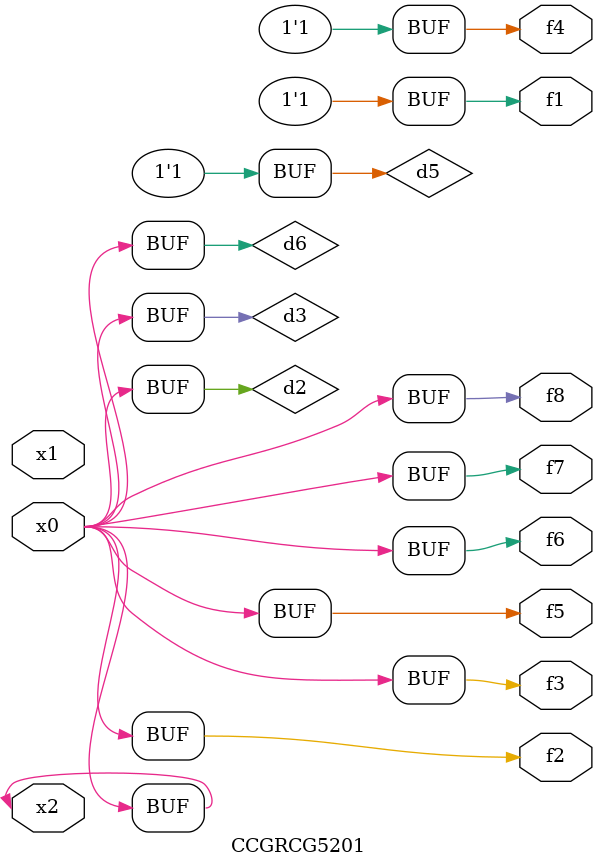
<source format=v>
module CCGRCG5201(
	input x0, x1, x2,
	output f1, f2, f3, f4, f5, f6, f7, f8
);

	wire d1, d2, d3, d4, d5, d6;

	xnor (d1, x2);
	buf (d2, x0, x2);
	and (d3, x0);
	xnor (d4, x1, x2);
	nand (d5, d1, d3);
	buf (d6, d2, d3);
	assign f1 = d5;
	assign f2 = d6;
	assign f3 = d6;
	assign f4 = d5;
	assign f5 = d6;
	assign f6 = d6;
	assign f7 = d6;
	assign f8 = d6;
endmodule

</source>
